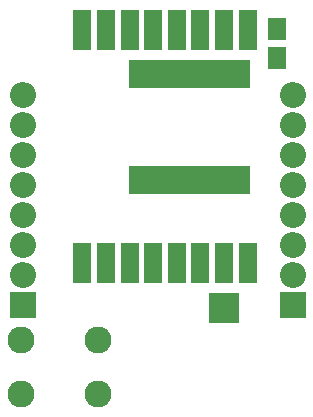
<source format=gbr>
G04 #@! TF.FileFunction,Soldermask,Bot*
%FSLAX46Y46*%
G04 Gerber Fmt 4.6, Leading zero omitted, Abs format (unit mm)*
G04 Created by KiCad (PCBNEW 4.0.4-stable) date Tuesday 22 November 2016 20:45:13*
%MOMM*%
%LPD*%
G01*
G04 APERTURE LIST*
%ADD10C,0.100000*%
%ADD11R,1.600000X3.400000*%
%ADD12R,1.400000X2.400000*%
%ADD13R,2.200000X2.200000*%
%ADD14O,2.200000X2.200000*%
%ADD15R,1.650000X1.900000*%
%ADD16C,2.279600*%
%ADD17R,2.635200X2.635200*%
G04 APERTURE END LIST*
D10*
D11*
X132500000Y-80700000D03*
X134500000Y-80700000D03*
X136500000Y-80700000D03*
X138500000Y-80700000D03*
X140500000Y-80700000D03*
X142500000Y-80700000D03*
X144500000Y-80700000D03*
X146500000Y-80700000D03*
X146500000Y-100400000D03*
X144500000Y-100400000D03*
X142500000Y-100400000D03*
X140500000Y-100400000D03*
X138500000Y-100400000D03*
X136500000Y-100400000D03*
X134500000Y-100400000D03*
X132500000Y-100400000D03*
D12*
X137100000Y-93400000D03*
X138370000Y-93400000D03*
X139640000Y-93400000D03*
X140910000Y-93400000D03*
X142180000Y-93400000D03*
X143450000Y-93400000D03*
X144720000Y-93400000D03*
X145990000Y-93400000D03*
X137100000Y-84400000D03*
X138370000Y-84400000D03*
X139640000Y-84400000D03*
X140910000Y-84400000D03*
X142180000Y-84400000D03*
X143450000Y-84400000D03*
X144720000Y-84400000D03*
X145990000Y-84400000D03*
D13*
X127490000Y-103950000D03*
D14*
X127490000Y-101410000D03*
X127490000Y-98870000D03*
X127490000Y-96330000D03*
X127490000Y-93790000D03*
X127490000Y-91250000D03*
X127490000Y-88710000D03*
X127490000Y-86170000D03*
D13*
X150350000Y-103950000D03*
D14*
X150350000Y-101410000D03*
X150350000Y-98870000D03*
X150350000Y-96330000D03*
X150350000Y-93790000D03*
X150350000Y-91250000D03*
X150350000Y-88710000D03*
X150350000Y-86170000D03*
D15*
X149000000Y-80550000D03*
X149000000Y-83050000D03*
D16*
X133801200Y-106939400D03*
X127298800Y-106939400D03*
X133801200Y-111460600D03*
X127298800Y-111460600D03*
D17*
X144500000Y-104250000D03*
M02*

</source>
